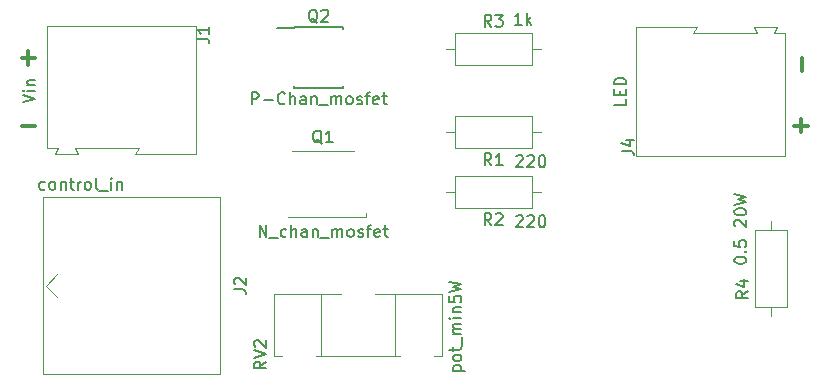
<source format=gbr>
G04 #@! TF.GenerationSoftware,KiCad,Pcbnew,5.0.2-bee76a0~70~ubuntu18.04.1*
G04 #@! TF.CreationDate,2019-03-10T18:12:25+00:00*
G04 #@! TF.ProjectId,led_driver,6c65645f-6472-4697-9665-722e6b696361,rev?*
G04 #@! TF.SameCoordinates,Original*
G04 #@! TF.FileFunction,Legend,Top*
G04 #@! TF.FilePolarity,Positive*
%FSLAX46Y46*%
G04 Gerber Fmt 4.6, Leading zero omitted, Abs format (unit mm)*
G04 Created by KiCad (PCBNEW 5.0.2-bee76a0~70~ubuntu18.04.1) date Sun 10 Mar 2019 18:12:25 GMT*
%MOMM*%
%LPD*%
G01*
G04 APERTURE LIST*
%ADD10C,0.300000*%
%ADD11C,0.120000*%
%ADD12C,0.150000*%
G04 APERTURE END LIST*
D10*
X159448571Y-78212142D02*
X160591428Y-78212142D01*
X159448571Y-72497142D02*
X160591428Y-72497142D01*
X160020000Y-73068571D02*
X160020000Y-71925714D01*
X224853571Y-78212142D02*
X225996428Y-78212142D01*
X225425000Y-78783571D02*
X225425000Y-77640714D01*
X225532142Y-73596428D02*
X225532142Y-72453571D01*
D11*
G04 #@! TO.C,J1*
X174194000Y-80653500D02*
X174194000Y-69803500D01*
X169094000Y-80653500D02*
X174194000Y-80653500D01*
X169394000Y-80153500D02*
X169094000Y-80653500D01*
X163994000Y-80153500D02*
X169394000Y-80153500D01*
X164244000Y-80653500D02*
X163994000Y-80153500D01*
X164194000Y-80653500D02*
X164244000Y-80653500D01*
X162294000Y-80653500D02*
X164194000Y-80653500D01*
X162544000Y-80153500D02*
X162294000Y-80653500D01*
X161594000Y-80153500D02*
X162544000Y-80153500D01*
X161594000Y-69803500D02*
X161594000Y-80153500D01*
X174194000Y-69803500D02*
X161594000Y-69803500D01*
G04 #@! TO.C,J2*
X161290000Y-99257500D02*
X161290000Y-84257500D01*
X161290000Y-84257500D02*
X176290000Y-84257500D01*
X176290000Y-84257500D02*
X176290000Y-99257500D01*
X176290000Y-99257500D02*
X161290000Y-99257500D01*
X161490000Y-91757500D02*
X162490000Y-92757500D01*
X161490000Y-91757500D02*
X162490000Y-90757500D01*
G04 #@! TO.C,J4*
X211505000Y-80755000D02*
X224105000Y-80755000D01*
X224105000Y-80755000D02*
X224105000Y-70405000D01*
X224105000Y-70405000D02*
X223155000Y-70405000D01*
X223155000Y-70405000D02*
X223405000Y-69905000D01*
X223405000Y-69905000D02*
X221505000Y-69905000D01*
X221505000Y-69905000D02*
X221455000Y-69905000D01*
X221455000Y-69905000D02*
X221705000Y-70405000D01*
X221705000Y-70405000D02*
X216305000Y-70405000D01*
X216305000Y-70405000D02*
X216605000Y-69905000D01*
X216605000Y-69905000D02*
X211505000Y-69905000D01*
X211505000Y-69905000D02*
X211505000Y-80755000D01*
G04 #@! TO.C,Q1*
X188575500Y-85985000D02*
X188575500Y-85585000D01*
X181975500Y-85985000D02*
X188575500Y-85985000D01*
X182375500Y-80385000D02*
X187575500Y-80385000D01*
D12*
G04 #@! TO.C,Q2*
X182519500Y-69878500D02*
X182519500Y-69928500D01*
X186669500Y-69878500D02*
X186669500Y-70023500D01*
X186669500Y-75028500D02*
X186669500Y-74883500D01*
X182519500Y-75028500D02*
X182519500Y-74883500D01*
X182519500Y-69878500D02*
X186669500Y-69878500D01*
X182519500Y-75028500D02*
X186669500Y-75028500D01*
X182519500Y-69928500D02*
X181119500Y-69928500D01*
D11*
G04 #@! TO.C,R1*
X195350000Y-78740000D02*
X196120000Y-78740000D01*
X203430000Y-78740000D02*
X202660000Y-78740000D01*
X196120000Y-80110000D02*
X202660000Y-80110000D01*
X196120000Y-77370000D02*
X196120000Y-80110000D01*
X202660000Y-77370000D02*
X196120000Y-77370000D01*
X202660000Y-80110000D02*
X202660000Y-77370000D01*
G04 #@! TO.C,R2*
X195350000Y-83820000D02*
X196120000Y-83820000D01*
X203430000Y-83820000D02*
X202660000Y-83820000D01*
X196120000Y-85190000D02*
X202660000Y-85190000D01*
X196120000Y-82450000D02*
X196120000Y-85190000D01*
X202660000Y-82450000D02*
X196120000Y-82450000D01*
X202660000Y-85190000D02*
X202660000Y-82450000D01*
G04 #@! TO.C,R3*
X196120000Y-70385000D02*
X196120000Y-73125000D01*
X196120000Y-73125000D02*
X202660000Y-73125000D01*
X202660000Y-73125000D02*
X202660000Y-70385000D01*
X202660000Y-70385000D02*
X196120000Y-70385000D01*
X195350000Y-71755000D02*
X196120000Y-71755000D01*
X203430000Y-71755000D02*
X202660000Y-71755000D01*
G04 #@! TO.C,R4*
X221515000Y-93567000D02*
X224255000Y-93567000D01*
X224255000Y-93567000D02*
X224255000Y-87027000D01*
X224255000Y-87027000D02*
X221515000Y-87027000D01*
X221515000Y-87027000D02*
X221515000Y-93567000D01*
X222885000Y-94337000D02*
X222885000Y-93567000D01*
X222885000Y-86257000D02*
X222885000Y-87027000D01*
G04 #@! TO.C,RV2*
X180823500Y-97720500D02*
X180823500Y-92479500D01*
X195063500Y-97720500D02*
X195063500Y-92479500D01*
X180823500Y-92479500D02*
X186518500Y-92479500D01*
X189368500Y-92479500D02*
X195063500Y-92479500D01*
X194368500Y-97720500D02*
X195063500Y-97720500D01*
X180823500Y-97720500D02*
X181517500Y-97720500D01*
X184369500Y-97720500D02*
X191518500Y-97720500D01*
X184823500Y-97720500D02*
X184823500Y-92479500D01*
X191064500Y-97720500D02*
X191064500Y-92479500D01*
X184823500Y-97720500D02*
X191064500Y-97720500D01*
X184823500Y-92479500D02*
X186518500Y-92479500D01*
X189368500Y-92479500D02*
X191064500Y-92479500D01*
G04 #@! TO.C,J1*
D12*
X174336380Y-70866833D02*
X175050666Y-70866833D01*
X175193523Y-70914452D01*
X175288761Y-71009690D01*
X175336380Y-71152547D01*
X175336380Y-71247785D01*
X175336380Y-69866833D02*
X175336380Y-70438261D01*
X175336380Y-70152547D02*
X174336380Y-70152547D01*
X174479238Y-70247785D01*
X174574476Y-70343023D01*
X174622095Y-70438261D01*
X159596380Y-76257309D02*
X160596380Y-75923976D01*
X159596380Y-75590642D01*
X160596380Y-75257309D02*
X159929714Y-75257309D01*
X159596380Y-75257309D02*
X159644000Y-75304928D01*
X159691619Y-75257309D01*
X159644000Y-75209690D01*
X159596380Y-75257309D01*
X159691619Y-75257309D01*
X159929714Y-74781119D02*
X160596380Y-74781119D01*
X160024952Y-74781119D02*
X159977333Y-74733500D01*
X159929714Y-74638261D01*
X159929714Y-74495404D01*
X159977333Y-74400166D01*
X160072571Y-74352547D01*
X160596380Y-74352547D01*
G04 #@! TO.C,J2*
X177442380Y-92090833D02*
X178156666Y-92090833D01*
X178299523Y-92138452D01*
X178394761Y-92233690D01*
X178442380Y-92376547D01*
X178442380Y-92471785D01*
X177537619Y-91662261D02*
X177490000Y-91614642D01*
X177442380Y-91519404D01*
X177442380Y-91281309D01*
X177490000Y-91186071D01*
X177537619Y-91138452D01*
X177632857Y-91090833D01*
X177728095Y-91090833D01*
X177870952Y-91138452D01*
X178442380Y-91709880D01*
X178442380Y-91090833D01*
X161417380Y-83589761D02*
X161322142Y-83637380D01*
X161131666Y-83637380D01*
X161036428Y-83589761D01*
X160988809Y-83542142D01*
X160941190Y-83446904D01*
X160941190Y-83161190D01*
X160988809Y-83065952D01*
X161036428Y-83018333D01*
X161131666Y-82970714D01*
X161322142Y-82970714D01*
X161417380Y-83018333D01*
X161988809Y-83637380D02*
X161893571Y-83589761D01*
X161845952Y-83542142D01*
X161798333Y-83446904D01*
X161798333Y-83161190D01*
X161845952Y-83065952D01*
X161893571Y-83018333D01*
X161988809Y-82970714D01*
X162131666Y-82970714D01*
X162226904Y-83018333D01*
X162274523Y-83065952D01*
X162322142Y-83161190D01*
X162322142Y-83446904D01*
X162274523Y-83542142D01*
X162226904Y-83589761D01*
X162131666Y-83637380D01*
X161988809Y-83637380D01*
X162750714Y-82970714D02*
X162750714Y-83637380D01*
X162750714Y-83065952D02*
X162798333Y-83018333D01*
X162893571Y-82970714D01*
X163036428Y-82970714D01*
X163131666Y-83018333D01*
X163179285Y-83113571D01*
X163179285Y-83637380D01*
X163512619Y-82970714D02*
X163893571Y-82970714D01*
X163655476Y-82637380D02*
X163655476Y-83494523D01*
X163703095Y-83589761D01*
X163798333Y-83637380D01*
X163893571Y-83637380D01*
X164226904Y-83637380D02*
X164226904Y-82970714D01*
X164226904Y-83161190D02*
X164274523Y-83065952D01*
X164322142Y-83018333D01*
X164417380Y-82970714D01*
X164512619Y-82970714D01*
X164988809Y-83637380D02*
X164893571Y-83589761D01*
X164845952Y-83542142D01*
X164798333Y-83446904D01*
X164798333Y-83161190D01*
X164845952Y-83065952D01*
X164893571Y-83018333D01*
X164988809Y-82970714D01*
X165131666Y-82970714D01*
X165226904Y-83018333D01*
X165274523Y-83065952D01*
X165322142Y-83161190D01*
X165322142Y-83446904D01*
X165274523Y-83542142D01*
X165226904Y-83589761D01*
X165131666Y-83637380D01*
X164988809Y-83637380D01*
X165893571Y-83637380D02*
X165798333Y-83589761D01*
X165750714Y-83494523D01*
X165750714Y-82637380D01*
X166036428Y-83732619D02*
X166798333Y-83732619D01*
X167036428Y-83637380D02*
X167036428Y-82970714D01*
X167036428Y-82637380D02*
X166988809Y-82685000D01*
X167036428Y-82732619D01*
X167084047Y-82685000D01*
X167036428Y-82637380D01*
X167036428Y-82732619D01*
X167512619Y-82970714D02*
X167512619Y-83637380D01*
X167512619Y-83065952D02*
X167560238Y-83018333D01*
X167655476Y-82970714D01*
X167798333Y-82970714D01*
X167893571Y-83018333D01*
X167941190Y-83113571D01*
X167941190Y-83637380D01*
G04 #@! TO.C,J4*
X210267380Y-80358333D02*
X210981666Y-80358333D01*
X211124523Y-80405952D01*
X211219761Y-80501190D01*
X211267380Y-80644047D01*
X211267380Y-80739285D01*
X210600714Y-79453571D02*
X211267380Y-79453571D01*
X210219761Y-79691666D02*
X210934047Y-79929761D01*
X210934047Y-79310714D01*
X210637380Y-75967857D02*
X210637380Y-76444047D01*
X209637380Y-76444047D01*
X210113571Y-75634523D02*
X210113571Y-75301190D01*
X210637380Y-75158333D02*
X210637380Y-75634523D01*
X209637380Y-75634523D01*
X209637380Y-75158333D01*
X210637380Y-74729761D02*
X209637380Y-74729761D01*
X209637380Y-74491666D01*
X209685000Y-74348809D01*
X209780238Y-74253571D01*
X209875476Y-74205952D01*
X210065952Y-74158333D01*
X210208809Y-74158333D01*
X210399285Y-74205952D01*
X210494523Y-74253571D01*
X210589761Y-74348809D01*
X210637380Y-74491666D01*
X210637380Y-74729761D01*
G04 #@! TO.C,Q1*
X184880261Y-79732619D02*
X184785023Y-79685000D01*
X184689785Y-79589761D01*
X184546928Y-79446904D01*
X184451690Y-79399285D01*
X184356452Y-79399285D01*
X184404071Y-79637380D02*
X184308833Y-79589761D01*
X184213595Y-79494523D01*
X184165976Y-79304047D01*
X184165976Y-78970714D01*
X184213595Y-78780238D01*
X184308833Y-78685000D01*
X184404071Y-78637380D01*
X184594547Y-78637380D01*
X184689785Y-78685000D01*
X184785023Y-78780238D01*
X184832642Y-78970714D01*
X184832642Y-79304047D01*
X184785023Y-79494523D01*
X184689785Y-79589761D01*
X184594547Y-79637380D01*
X184404071Y-79637380D01*
X185785023Y-79637380D02*
X185213595Y-79637380D01*
X185499309Y-79637380D02*
X185499309Y-78637380D01*
X185404071Y-78780238D01*
X185308833Y-78875476D01*
X185213595Y-78923095D01*
X179618357Y-87637380D02*
X179618357Y-86637380D01*
X180189785Y-87637380D01*
X180189785Y-86637380D01*
X180427880Y-87732619D02*
X181189785Y-87732619D01*
X181856452Y-87589761D02*
X181761214Y-87637380D01*
X181570738Y-87637380D01*
X181475500Y-87589761D01*
X181427880Y-87542142D01*
X181380261Y-87446904D01*
X181380261Y-87161190D01*
X181427880Y-87065952D01*
X181475500Y-87018333D01*
X181570738Y-86970714D01*
X181761214Y-86970714D01*
X181856452Y-87018333D01*
X182285023Y-87637380D02*
X182285023Y-86637380D01*
X182713595Y-87637380D02*
X182713595Y-87113571D01*
X182665976Y-87018333D01*
X182570738Y-86970714D01*
X182427880Y-86970714D01*
X182332642Y-87018333D01*
X182285023Y-87065952D01*
X183618357Y-87637380D02*
X183618357Y-87113571D01*
X183570738Y-87018333D01*
X183475500Y-86970714D01*
X183285023Y-86970714D01*
X183189785Y-87018333D01*
X183618357Y-87589761D02*
X183523119Y-87637380D01*
X183285023Y-87637380D01*
X183189785Y-87589761D01*
X183142166Y-87494523D01*
X183142166Y-87399285D01*
X183189785Y-87304047D01*
X183285023Y-87256428D01*
X183523119Y-87256428D01*
X183618357Y-87208809D01*
X184094547Y-86970714D02*
X184094547Y-87637380D01*
X184094547Y-87065952D02*
X184142166Y-87018333D01*
X184237404Y-86970714D01*
X184380261Y-86970714D01*
X184475500Y-87018333D01*
X184523119Y-87113571D01*
X184523119Y-87637380D01*
X184761214Y-87732619D02*
X185523119Y-87732619D01*
X185761214Y-87637380D02*
X185761214Y-86970714D01*
X185761214Y-87065952D02*
X185808833Y-87018333D01*
X185904071Y-86970714D01*
X186046928Y-86970714D01*
X186142166Y-87018333D01*
X186189785Y-87113571D01*
X186189785Y-87637380D01*
X186189785Y-87113571D02*
X186237404Y-87018333D01*
X186332642Y-86970714D01*
X186475500Y-86970714D01*
X186570738Y-87018333D01*
X186618357Y-87113571D01*
X186618357Y-87637380D01*
X187237404Y-87637380D02*
X187142166Y-87589761D01*
X187094547Y-87542142D01*
X187046928Y-87446904D01*
X187046928Y-87161190D01*
X187094547Y-87065952D01*
X187142166Y-87018333D01*
X187237404Y-86970714D01*
X187380261Y-86970714D01*
X187475500Y-87018333D01*
X187523119Y-87065952D01*
X187570738Y-87161190D01*
X187570738Y-87446904D01*
X187523119Y-87542142D01*
X187475500Y-87589761D01*
X187380261Y-87637380D01*
X187237404Y-87637380D01*
X187951690Y-87589761D02*
X188046928Y-87637380D01*
X188237404Y-87637380D01*
X188332642Y-87589761D01*
X188380261Y-87494523D01*
X188380261Y-87446904D01*
X188332642Y-87351666D01*
X188237404Y-87304047D01*
X188094547Y-87304047D01*
X187999309Y-87256428D01*
X187951690Y-87161190D01*
X187951690Y-87113571D01*
X187999309Y-87018333D01*
X188094547Y-86970714D01*
X188237404Y-86970714D01*
X188332642Y-87018333D01*
X188665976Y-86970714D02*
X189046928Y-86970714D01*
X188808833Y-87637380D02*
X188808833Y-86780238D01*
X188856452Y-86685000D01*
X188951690Y-86637380D01*
X189046928Y-86637380D01*
X189761214Y-87589761D02*
X189665976Y-87637380D01*
X189475500Y-87637380D01*
X189380261Y-87589761D01*
X189332642Y-87494523D01*
X189332642Y-87113571D01*
X189380261Y-87018333D01*
X189475500Y-86970714D01*
X189665976Y-86970714D01*
X189761214Y-87018333D01*
X189808833Y-87113571D01*
X189808833Y-87208809D01*
X189332642Y-87304047D01*
X190094547Y-86970714D02*
X190475500Y-86970714D01*
X190237404Y-86637380D02*
X190237404Y-87494523D01*
X190285023Y-87589761D01*
X190380261Y-87637380D01*
X190475500Y-87637380D01*
G04 #@! TO.C,Q2*
X184499261Y-69501119D02*
X184404023Y-69453500D01*
X184308785Y-69358261D01*
X184165928Y-69215404D01*
X184070690Y-69167785D01*
X183975452Y-69167785D01*
X184023071Y-69405880D02*
X183927833Y-69358261D01*
X183832595Y-69263023D01*
X183784976Y-69072547D01*
X183784976Y-68739214D01*
X183832595Y-68548738D01*
X183927833Y-68453500D01*
X184023071Y-68405880D01*
X184213547Y-68405880D01*
X184308785Y-68453500D01*
X184404023Y-68548738D01*
X184451642Y-68739214D01*
X184451642Y-69072547D01*
X184404023Y-69263023D01*
X184308785Y-69358261D01*
X184213547Y-69405880D01*
X184023071Y-69405880D01*
X184832595Y-68501119D02*
X184880214Y-68453500D01*
X184975452Y-68405880D01*
X185213547Y-68405880D01*
X185308785Y-68453500D01*
X185356404Y-68501119D01*
X185404023Y-68596357D01*
X185404023Y-68691595D01*
X185356404Y-68834452D01*
X184784976Y-69405880D01*
X185404023Y-69405880D01*
X178951642Y-76405880D02*
X178951642Y-75405880D01*
X179332595Y-75405880D01*
X179427833Y-75453500D01*
X179475452Y-75501119D01*
X179523071Y-75596357D01*
X179523071Y-75739214D01*
X179475452Y-75834452D01*
X179427833Y-75882071D01*
X179332595Y-75929690D01*
X178951642Y-75929690D01*
X179951642Y-76024928D02*
X180713547Y-76024928D01*
X181761166Y-76310642D02*
X181713547Y-76358261D01*
X181570690Y-76405880D01*
X181475452Y-76405880D01*
X181332595Y-76358261D01*
X181237357Y-76263023D01*
X181189738Y-76167785D01*
X181142119Y-75977309D01*
X181142119Y-75834452D01*
X181189738Y-75643976D01*
X181237357Y-75548738D01*
X181332595Y-75453500D01*
X181475452Y-75405880D01*
X181570690Y-75405880D01*
X181713547Y-75453500D01*
X181761166Y-75501119D01*
X182189738Y-76405880D02*
X182189738Y-75405880D01*
X182618309Y-76405880D02*
X182618309Y-75882071D01*
X182570690Y-75786833D01*
X182475452Y-75739214D01*
X182332595Y-75739214D01*
X182237357Y-75786833D01*
X182189738Y-75834452D01*
X183523071Y-76405880D02*
X183523071Y-75882071D01*
X183475452Y-75786833D01*
X183380214Y-75739214D01*
X183189738Y-75739214D01*
X183094500Y-75786833D01*
X183523071Y-76358261D02*
X183427833Y-76405880D01*
X183189738Y-76405880D01*
X183094500Y-76358261D01*
X183046880Y-76263023D01*
X183046880Y-76167785D01*
X183094500Y-76072547D01*
X183189738Y-76024928D01*
X183427833Y-76024928D01*
X183523071Y-75977309D01*
X183999261Y-75739214D02*
X183999261Y-76405880D01*
X183999261Y-75834452D02*
X184046880Y-75786833D01*
X184142119Y-75739214D01*
X184284976Y-75739214D01*
X184380214Y-75786833D01*
X184427833Y-75882071D01*
X184427833Y-76405880D01*
X184665928Y-76501119D02*
X185427833Y-76501119D01*
X185665928Y-76405880D02*
X185665928Y-75739214D01*
X185665928Y-75834452D02*
X185713547Y-75786833D01*
X185808785Y-75739214D01*
X185951642Y-75739214D01*
X186046880Y-75786833D01*
X186094500Y-75882071D01*
X186094500Y-76405880D01*
X186094500Y-75882071D02*
X186142119Y-75786833D01*
X186237357Y-75739214D01*
X186380214Y-75739214D01*
X186475452Y-75786833D01*
X186523071Y-75882071D01*
X186523071Y-76405880D01*
X187142119Y-76405880D02*
X187046880Y-76358261D01*
X186999261Y-76310642D01*
X186951642Y-76215404D01*
X186951642Y-75929690D01*
X186999261Y-75834452D01*
X187046880Y-75786833D01*
X187142119Y-75739214D01*
X187284976Y-75739214D01*
X187380214Y-75786833D01*
X187427833Y-75834452D01*
X187475452Y-75929690D01*
X187475452Y-76215404D01*
X187427833Y-76310642D01*
X187380214Y-76358261D01*
X187284976Y-76405880D01*
X187142119Y-76405880D01*
X187856404Y-76358261D02*
X187951642Y-76405880D01*
X188142119Y-76405880D01*
X188237357Y-76358261D01*
X188284976Y-76263023D01*
X188284976Y-76215404D01*
X188237357Y-76120166D01*
X188142119Y-76072547D01*
X187999261Y-76072547D01*
X187904023Y-76024928D01*
X187856404Y-75929690D01*
X187856404Y-75882071D01*
X187904023Y-75786833D01*
X187999261Y-75739214D01*
X188142119Y-75739214D01*
X188237357Y-75786833D01*
X188570690Y-75739214D02*
X188951642Y-75739214D01*
X188713547Y-76405880D02*
X188713547Y-75548738D01*
X188761166Y-75453500D01*
X188856404Y-75405880D01*
X188951642Y-75405880D01*
X189665928Y-76358261D02*
X189570690Y-76405880D01*
X189380214Y-76405880D01*
X189284976Y-76358261D01*
X189237357Y-76263023D01*
X189237357Y-75882071D01*
X189284976Y-75786833D01*
X189380214Y-75739214D01*
X189570690Y-75739214D01*
X189665928Y-75786833D01*
X189713547Y-75882071D01*
X189713547Y-75977309D01*
X189237357Y-76072547D01*
X189999261Y-75739214D02*
X190380214Y-75739214D01*
X190142119Y-75405880D02*
X190142119Y-76263023D01*
X190189738Y-76358261D01*
X190284976Y-76405880D01*
X190380214Y-76405880D01*
G04 #@! TO.C,R1*
X199223333Y-81562380D02*
X198890000Y-81086190D01*
X198651904Y-81562380D02*
X198651904Y-80562380D01*
X199032857Y-80562380D01*
X199128095Y-80610000D01*
X199175714Y-80657619D01*
X199223333Y-80752857D01*
X199223333Y-80895714D01*
X199175714Y-80990952D01*
X199128095Y-81038571D01*
X199032857Y-81086190D01*
X198651904Y-81086190D01*
X200175714Y-81562380D02*
X199604285Y-81562380D01*
X199890000Y-81562380D02*
X199890000Y-80562380D01*
X199794761Y-80705238D01*
X199699523Y-80800476D01*
X199604285Y-80848095D01*
X201326904Y-80827619D02*
X201374523Y-80780000D01*
X201469761Y-80732380D01*
X201707857Y-80732380D01*
X201803095Y-80780000D01*
X201850714Y-80827619D01*
X201898333Y-80922857D01*
X201898333Y-81018095D01*
X201850714Y-81160952D01*
X201279285Y-81732380D01*
X201898333Y-81732380D01*
X202279285Y-80827619D02*
X202326904Y-80780000D01*
X202422142Y-80732380D01*
X202660238Y-80732380D01*
X202755476Y-80780000D01*
X202803095Y-80827619D01*
X202850714Y-80922857D01*
X202850714Y-81018095D01*
X202803095Y-81160952D01*
X202231666Y-81732380D01*
X202850714Y-81732380D01*
X203469761Y-80732380D02*
X203565000Y-80732380D01*
X203660238Y-80780000D01*
X203707857Y-80827619D01*
X203755476Y-80922857D01*
X203803095Y-81113333D01*
X203803095Y-81351428D01*
X203755476Y-81541904D01*
X203707857Y-81637142D01*
X203660238Y-81684761D01*
X203565000Y-81732380D01*
X203469761Y-81732380D01*
X203374523Y-81684761D01*
X203326904Y-81637142D01*
X203279285Y-81541904D01*
X203231666Y-81351428D01*
X203231666Y-81113333D01*
X203279285Y-80922857D01*
X203326904Y-80827619D01*
X203374523Y-80780000D01*
X203469761Y-80732380D01*
G04 #@! TO.C,R2*
X199223333Y-86642380D02*
X198890000Y-86166190D01*
X198651904Y-86642380D02*
X198651904Y-85642380D01*
X199032857Y-85642380D01*
X199128095Y-85690000D01*
X199175714Y-85737619D01*
X199223333Y-85832857D01*
X199223333Y-85975714D01*
X199175714Y-86070952D01*
X199128095Y-86118571D01*
X199032857Y-86166190D01*
X198651904Y-86166190D01*
X199604285Y-85737619D02*
X199651904Y-85690000D01*
X199747142Y-85642380D01*
X199985238Y-85642380D01*
X200080476Y-85690000D01*
X200128095Y-85737619D01*
X200175714Y-85832857D01*
X200175714Y-85928095D01*
X200128095Y-86070952D01*
X199556666Y-86642380D01*
X200175714Y-86642380D01*
X201326904Y-85907619D02*
X201374523Y-85860000D01*
X201469761Y-85812380D01*
X201707857Y-85812380D01*
X201803095Y-85860000D01*
X201850714Y-85907619D01*
X201898333Y-86002857D01*
X201898333Y-86098095D01*
X201850714Y-86240952D01*
X201279285Y-86812380D01*
X201898333Y-86812380D01*
X202279285Y-85907619D02*
X202326904Y-85860000D01*
X202422142Y-85812380D01*
X202660238Y-85812380D01*
X202755476Y-85860000D01*
X202803095Y-85907619D01*
X202850714Y-86002857D01*
X202850714Y-86098095D01*
X202803095Y-86240952D01*
X202231666Y-86812380D01*
X202850714Y-86812380D01*
X203469761Y-85812380D02*
X203565000Y-85812380D01*
X203660238Y-85860000D01*
X203707857Y-85907619D01*
X203755476Y-86002857D01*
X203803095Y-86193333D01*
X203803095Y-86431428D01*
X203755476Y-86621904D01*
X203707857Y-86717142D01*
X203660238Y-86764761D01*
X203565000Y-86812380D01*
X203469761Y-86812380D01*
X203374523Y-86764761D01*
X203326904Y-86717142D01*
X203279285Y-86621904D01*
X203231666Y-86431428D01*
X203231666Y-86193333D01*
X203279285Y-86002857D01*
X203326904Y-85907619D01*
X203374523Y-85860000D01*
X203469761Y-85812380D01*
G04 #@! TO.C,R3*
X199223333Y-69837380D02*
X198890000Y-69361190D01*
X198651904Y-69837380D02*
X198651904Y-68837380D01*
X199032857Y-68837380D01*
X199128095Y-68885000D01*
X199175714Y-68932619D01*
X199223333Y-69027857D01*
X199223333Y-69170714D01*
X199175714Y-69265952D01*
X199128095Y-69313571D01*
X199032857Y-69361190D01*
X198651904Y-69361190D01*
X199556666Y-68837380D02*
X200175714Y-68837380D01*
X199842380Y-69218333D01*
X199985238Y-69218333D01*
X200080476Y-69265952D01*
X200128095Y-69313571D01*
X200175714Y-69408809D01*
X200175714Y-69646904D01*
X200128095Y-69742142D01*
X200080476Y-69789761D01*
X199985238Y-69837380D01*
X199699523Y-69837380D01*
X199604285Y-69789761D01*
X199556666Y-69742142D01*
X201810952Y-69667380D02*
X201239523Y-69667380D01*
X201525238Y-69667380D02*
X201525238Y-68667380D01*
X201430000Y-68810238D01*
X201334761Y-68905476D01*
X201239523Y-68953095D01*
X202239523Y-69667380D02*
X202239523Y-68667380D01*
X202334761Y-69286428D02*
X202620476Y-69667380D01*
X202620476Y-69000714D02*
X202239523Y-69381666D01*
G04 #@! TO.C,R4*
X220967380Y-92241666D02*
X220491190Y-92575000D01*
X220967380Y-92813095D02*
X219967380Y-92813095D01*
X219967380Y-92432142D01*
X220015000Y-92336904D01*
X220062619Y-92289285D01*
X220157857Y-92241666D01*
X220300714Y-92241666D01*
X220395952Y-92289285D01*
X220443571Y-92336904D01*
X220491190Y-92432142D01*
X220491190Y-92813095D01*
X220300714Y-91384523D02*
X220967380Y-91384523D01*
X219919761Y-91622619D02*
X220634047Y-91860714D01*
X220634047Y-91241666D01*
X219797380Y-89661666D02*
X219797380Y-89566428D01*
X219845000Y-89471190D01*
X219892619Y-89423571D01*
X219987857Y-89375952D01*
X220178333Y-89328333D01*
X220416428Y-89328333D01*
X220606904Y-89375952D01*
X220702142Y-89423571D01*
X220749761Y-89471190D01*
X220797380Y-89566428D01*
X220797380Y-89661666D01*
X220749761Y-89756904D01*
X220702142Y-89804523D01*
X220606904Y-89852142D01*
X220416428Y-89899761D01*
X220178333Y-89899761D01*
X219987857Y-89852142D01*
X219892619Y-89804523D01*
X219845000Y-89756904D01*
X219797380Y-89661666D01*
X220702142Y-88899761D02*
X220749761Y-88852142D01*
X220797380Y-88899761D01*
X220749761Y-88947380D01*
X220702142Y-88899761D01*
X220797380Y-88899761D01*
X219797380Y-87947380D02*
X219797380Y-88423571D01*
X220273571Y-88471190D01*
X220225952Y-88423571D01*
X220178333Y-88328333D01*
X220178333Y-88090238D01*
X220225952Y-87995000D01*
X220273571Y-87947380D01*
X220368809Y-87899761D01*
X220606904Y-87899761D01*
X220702142Y-87947380D01*
X220749761Y-87995000D01*
X220797380Y-88090238D01*
X220797380Y-88328333D01*
X220749761Y-88423571D01*
X220702142Y-88471190D01*
X219892619Y-86756904D02*
X219845000Y-86709285D01*
X219797380Y-86614047D01*
X219797380Y-86375952D01*
X219845000Y-86280714D01*
X219892619Y-86233095D01*
X219987857Y-86185476D01*
X220083095Y-86185476D01*
X220225952Y-86233095D01*
X220797380Y-86804523D01*
X220797380Y-86185476D01*
X219797380Y-85566428D02*
X219797380Y-85471190D01*
X219845000Y-85375952D01*
X219892619Y-85328333D01*
X219987857Y-85280714D01*
X220178333Y-85233095D01*
X220416428Y-85233095D01*
X220606904Y-85280714D01*
X220702142Y-85328333D01*
X220749761Y-85375952D01*
X220797380Y-85471190D01*
X220797380Y-85566428D01*
X220749761Y-85661666D01*
X220702142Y-85709285D01*
X220606904Y-85756904D01*
X220416428Y-85804523D01*
X220178333Y-85804523D01*
X219987857Y-85756904D01*
X219892619Y-85709285D01*
X219845000Y-85661666D01*
X219797380Y-85566428D01*
X219797380Y-84899761D02*
X220797380Y-84661666D01*
X220083095Y-84471190D01*
X220797380Y-84280714D01*
X219797380Y-84042619D01*
G04 #@! TO.C,RV2*
X180145880Y-98194738D02*
X179669690Y-98528071D01*
X180145880Y-98766166D02*
X179145880Y-98766166D01*
X179145880Y-98385214D01*
X179193500Y-98289976D01*
X179241119Y-98242357D01*
X179336357Y-98194738D01*
X179479214Y-98194738D01*
X179574452Y-98242357D01*
X179622071Y-98289976D01*
X179669690Y-98385214D01*
X179669690Y-98766166D01*
X179145880Y-97909023D02*
X180145880Y-97575690D01*
X179145880Y-97242357D01*
X179241119Y-96956642D02*
X179193500Y-96909023D01*
X179145880Y-96813785D01*
X179145880Y-96575690D01*
X179193500Y-96480452D01*
X179241119Y-96432833D01*
X179336357Y-96385214D01*
X179431595Y-96385214D01*
X179574452Y-96432833D01*
X180145880Y-97004261D01*
X180145880Y-96385214D01*
X196000714Y-98988095D02*
X197000714Y-98988095D01*
X196048333Y-98988095D02*
X196000714Y-98892857D01*
X196000714Y-98702380D01*
X196048333Y-98607142D01*
X196095952Y-98559523D01*
X196191190Y-98511904D01*
X196476904Y-98511904D01*
X196572142Y-98559523D01*
X196619761Y-98607142D01*
X196667380Y-98702380D01*
X196667380Y-98892857D01*
X196619761Y-98988095D01*
X196667380Y-97940476D02*
X196619761Y-98035714D01*
X196572142Y-98083333D01*
X196476904Y-98130952D01*
X196191190Y-98130952D01*
X196095952Y-98083333D01*
X196048333Y-98035714D01*
X196000714Y-97940476D01*
X196000714Y-97797619D01*
X196048333Y-97702380D01*
X196095952Y-97654761D01*
X196191190Y-97607142D01*
X196476904Y-97607142D01*
X196572142Y-97654761D01*
X196619761Y-97702380D01*
X196667380Y-97797619D01*
X196667380Y-97940476D01*
X196000714Y-97321428D02*
X196000714Y-96940476D01*
X195667380Y-97178571D02*
X196524523Y-97178571D01*
X196619761Y-97130952D01*
X196667380Y-97035714D01*
X196667380Y-96940476D01*
X196762619Y-96845238D02*
X196762619Y-96083333D01*
X196667380Y-95845238D02*
X196000714Y-95845238D01*
X196095952Y-95845238D02*
X196048333Y-95797619D01*
X196000714Y-95702380D01*
X196000714Y-95559523D01*
X196048333Y-95464285D01*
X196143571Y-95416666D01*
X196667380Y-95416666D01*
X196143571Y-95416666D02*
X196048333Y-95369047D01*
X196000714Y-95273809D01*
X196000714Y-95130952D01*
X196048333Y-95035714D01*
X196143571Y-94988095D01*
X196667380Y-94988095D01*
X196667380Y-94511904D02*
X196000714Y-94511904D01*
X195667380Y-94511904D02*
X195715000Y-94559523D01*
X195762619Y-94511904D01*
X195715000Y-94464285D01*
X195667380Y-94511904D01*
X195762619Y-94511904D01*
X196000714Y-94035714D02*
X196667380Y-94035714D01*
X196095952Y-94035714D02*
X196048333Y-93988095D01*
X196000714Y-93892857D01*
X196000714Y-93750000D01*
X196048333Y-93654761D01*
X196143571Y-93607142D01*
X196667380Y-93607142D01*
X195667380Y-92654761D02*
X195667380Y-93130952D01*
X196143571Y-93178571D01*
X196095952Y-93130952D01*
X196048333Y-93035714D01*
X196048333Y-92797619D01*
X196095952Y-92702380D01*
X196143571Y-92654761D01*
X196238809Y-92607142D01*
X196476904Y-92607142D01*
X196572142Y-92654761D01*
X196619761Y-92702380D01*
X196667380Y-92797619D01*
X196667380Y-93035714D01*
X196619761Y-93130952D01*
X196572142Y-93178571D01*
X195667380Y-92273809D02*
X196667380Y-92035714D01*
X195953095Y-91845238D01*
X196667380Y-91654761D01*
X195667380Y-91416666D01*
G04 #@! TD*
M02*

</source>
